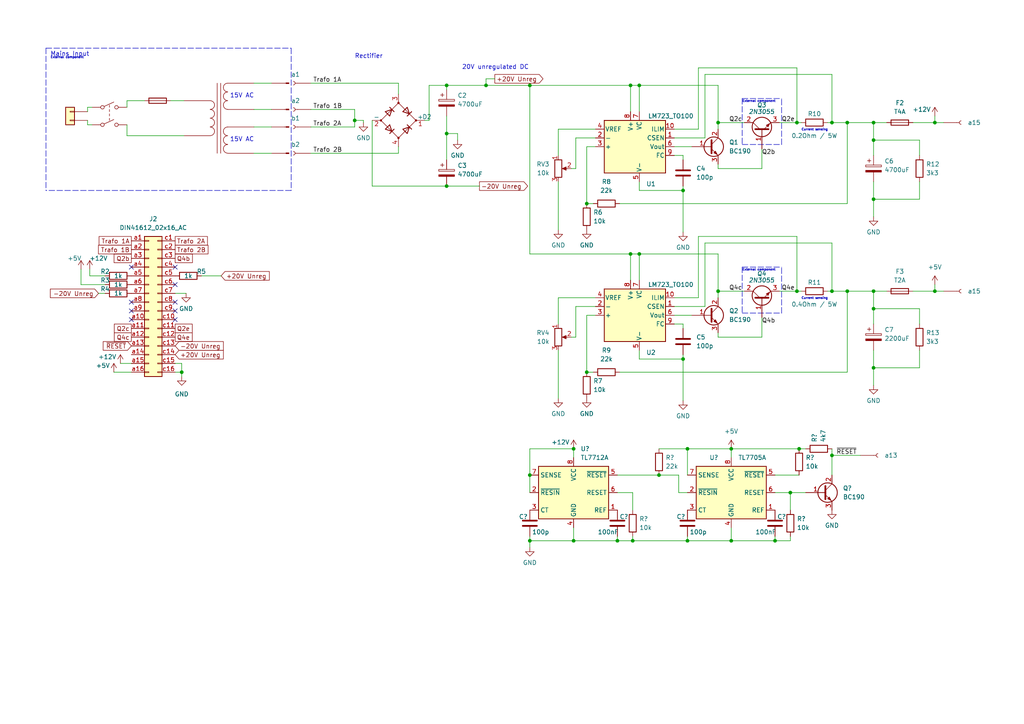
<source format=kicad_sch>
(kicad_sch (version 20211123) (generator eeschema)
  (paper "A4")
  (title_block (title "Z8C Power Supply") (date "2022-10-10") (rev "1") (comment 1 "+5V@1.5A , +12V@3A") (comment 3 "https://github.com/dennis9819/Z8C-Homebrew-Computer"))
  (lib_symbols
    (symbol "Connector:Conn_01x01_Female" (pin_numbers hide) (pin_names (offset 1.016) hide)
      (property "Reference" "J" (at 0 2.54 0))
      (property "Value" "Conn_01x01_Female" (at 0 -2.54 0))
      (symbol "Conn_01x01_Female_1_1"
        (pin passive line (at -5.08 0 0) (length 3.81) (name "Pin_1") (number "1"))
      )
    )
    (symbol "Connector:Conn_01x01_Male" (pin_numbers hide) (pin_names (offset 1.016) hide)
      (property "Reference" "J" (at 0 2.54 0))
      (property "Value" "Conn_01x01_Male" (at 0 -2.54 0))
      (symbol "Conn_01x01_Male_1_1"
        (pin passive line (at 5.08 0 180) (length 3.81) (name "Pin_1") (number "1"))
      )
    )
    (symbol "Connector:DIN41612_02x16_AC" (pin_names (offset 1.016) hide)
      (property "Reference" "J" (at 1.27 20.32 0))
      (property "Value" "DIN41612_02x16_AC" (at 1.27 -22.86 0))
      (symbol "DIN41612_02x16_AC_1_1"
        (pin passive line (at -5.08 17.78 0) (length 3.81) (name "Pin_a1") (number "a1"))
        (pin passive line (at -5.08 -5.08 0) (length 3.81) (name "Pin_a10") (number "a10"))
        (pin passive line (at -5.08 -7.62 0) (length 3.81) (name "Pin_a11") (number "a11"))
        (pin passive line (at -5.08 -10.16 0) (length 3.81) (name "Pin_a12") (number "a12"))
        (pin passive line (at -5.08 -12.7 0) (length 3.81) (name "Pin_a13") (number "a13"))
        (pin passive line (at -5.08 -15.24 0) (length 3.81) (name "Pin_a14") (number "a14"))
        (pin passive line (at -5.08 -17.78 0) (length 3.81) (name "Pin_a15") (number "a15"))
        (pin passive line (at -5.08 -20.32 0) (length 3.81) (name "Pin_a16") (number "a16"))
        (pin passive line (at -5.08 15.24 0) (length 3.81) (name "Pin_a2") (number "a2"))
        (pin passive line (at -5.08 12.7 0) (length 3.81) (name "Pin_a3") (number "a3"))
        (pin passive line (at -5.08 10.16 0) (length 3.81) (name "Pin_a4") (number "a4"))
        (pin passive line (at -5.08 7.62 0) (length 3.81) (name "Pin_a5") (number "a5"))
        (pin passive line (at -5.08 5.08 0) (length 3.81) (name "Pin_a6") (number "a6"))
        (pin passive line (at -5.08 2.54 0) (length 3.81) (name "Pin_a7") (number "a7"))
        (pin passive line (at -5.08 0 0) (length 3.81) (name "Pin_a8") (number "a8"))
        (pin passive line (at -5.08 -2.54 0) (length 3.81) (name "Pin_a9") (number "a9"))
        (pin passive line (at 7.62 17.78 180) (length 3.81) (name "Pin_c1") (number "c1"))
        (pin passive line (at 7.62 -5.08 180) (length 3.81) (name "Pin_c10") (number "c10"))
        (pin passive line (at 7.62 -7.62 180) (length 3.81) (name "Pin_c11") (number "c11"))
        (pin passive line (at 7.62 -10.16 180) (length 3.81) (name "Pin_c12") (number "c12"))
        (pin passive line (at 7.62 -12.7 180) (length 3.81) (name "Pin_c13") (number "c13"))
        (pin passive line (at 7.62 -15.24 180) (length 3.81) (name "Pin_c14") (number "c14"))
        (pin passive line (at 7.62 -17.78 180) (length 3.81) (name "Pin_c15") (number "c15"))
        (pin passive line (at 7.62 -20.32 180) (length 3.81) (name "Pin_c16") (number "c16"))
        (pin passive line (at 7.62 15.24 180) (length 3.81) (name "Pin_c2") (number "c2"))
        (pin passive line (at 7.62 12.7 180) (length 3.81) (name "Pin_c3") (number "c3"))
        (pin passive line (at 7.62 10.16 180) (length 3.81) (name "Pin_c4") (number "c4"))
        (pin passive line (at 7.62 7.62 180) (length 3.81) (name "Pin_c5") (number "c5"))
        (pin passive line (at 7.62 5.08 180) (length 3.81) (name "Pin_c6") (number "c6"))
        (pin passive line (at 7.62 2.54 180) (length 3.81) (name "Pin_c7") (number "c7"))
        (pin passive line (at 7.62 0 180) (length 3.81) (name "Pin_c8") (number "c8"))
        (pin passive line (at 7.62 -2.54 180) (length 3.81) (name "Pin_c9") (number "c9"))
      )
    )
    (symbol "Connector:TestPoint" (pin_numbers hide) (pin_names (offset 0.762) hide)
      (property "Reference" "TP" (at 0 6.858 0))
      (property "Value" "TestPoint" (at 0 5.08 0))
      (symbol "TestPoint_1_1"
        (pin passive line (at 0 0 90) (length 2.54) (name "1") (number "1"))
      )
    )
    (symbol "Connector_Generic:Conn_01x02" (pin_numbers hide) (pin_names (offset 1.016) hide)
      (property "Reference" "J" (at 0 2.54 0))
      (property "Value" "Conn_01x02" (at 0 -5.08 0))
      (symbol "Conn_01x02_1_1"
        (pin passive line (at -5.08 0 0) (length 3.81) (name "Pin_1") (number "1"))
        (pin passive line (at -5.08 -2.54 0) (length 3.81) (name "Pin_2") (number "2"))
      )
    )
    (symbol "Device:C" (pin_numbers hide) (pin_names (offset 0.254))
      (property "Reference" "C" (at 0.635 2.54 0))
      (property "Value" "C" (at 0.635 -2.54 0))
      (symbol "C_1_1"
        (pin passive line (at 0 3.81 270) (length 2.794) (name "~") (number "1"))
        (pin passive line (at 0 -3.81 90) (length 2.794) (name "~") (number "2"))
      )
    )
    (symbol "Device:C_Polarized" (pin_numbers hide) (pin_names (offset 0.254))
      (property "Reference" "C" (at 0.635 2.54 0))
      (property "Value" "C_Polarized" (at 0.635 -2.54 0))
      (symbol "C_Polarized_1_1"
        (pin passive line (at 0 3.81 270) (length 2.794) (name "~") (number "1"))
        (pin passive line (at 0 -3.81 90) (length 2.794) (name "~") (number "2"))
      )
    )
    (symbol "Device:D_Bridge_+-AA" (pin_names (offset 0))
      (property "Reference" "D" (at 2.54 6.985 0))
      (property "Value" "D_Bridge_+-AA" (at 2.54 5.08 0))
      (symbol "D_Bridge_+-AA_1_1"
        (pin passive line (at 7.62 0 180) (length 2.54) (name "+") (number "1"))
        (pin passive line (at -7.62 0 0) (length 2.54) (name "-") (number "2"))
        (pin passive line (at 0 7.62 270) (length 2.54) (name "~") (number "3"))
        (pin passive line (at 0 -7.62 90) (length 2.54) (name "~") (number "4"))
      )
    )
    (symbol "Device:D_Zener" (pin_numbers hide) (pin_names (offset 1.016) hide)
      (property "Reference" "D" (at 0 2.54 0))
      (property "Value" "D_Zener" (at 0 -2.54 0))
      (symbol "D_Zener_1_1"
        (pin passive line (at -3.81 0 0) (length 2.54) (name "K") (number "1"))
        (pin passive line (at 3.81 0 180) (length 2.54) (name "A") (number "2"))
      )
    )
    (symbol "Device:Fuse" (pin_numbers hide) (pin_names (offset 0))
      (property "Reference" "F" (at 2.032 0 90))
      (property "Value" "Fuse" (at -1.905 0 90))
      (symbol "Fuse_1_1"
        (pin passive line (at 0 3.81 270) (length 1.27) (name "~") (number "1"))
        (pin passive line (at 0 -3.81 90) (length 1.27) (name "~") (number "2"))
      )
    )
    (symbol "Device:Q_NPN_BCE" (pin_names (offset 0) hide)
      (property "Reference" "Q" (at 5.08 1.27 0))
      (property "Value" "Q_NPN_BCE" (at 5.08 -1.27 0))
      (symbol "Q_NPN_BCE_1_1"
        (pin input line (at -5.08 0 0) (length 5.715) (name "B") (number "1"))
        (pin passive line (at 2.54 5.08 270) (length 2.54) (name "C") (number "2"))
        (pin passive line (at 2.54 -5.08 90) (length 2.54) (name "E") (number "3"))
      )
    )
    (symbol "Device:R" (pin_numbers hide) (pin_names (offset 0))
      (property "Reference" "R" (at 2.032 0 90))
      (property "Value" "R" (at 0 0 90))
      (symbol "R_1_1"
        (pin passive line (at 0 3.81 270) (length 1.27) (name "~") (number "1"))
        (pin passive line (at 0 -3.81 90) (length 1.27) (name "~") (number "2"))
      )
    )
    (symbol "Device:R_Potentiometer" (pin_names (offset 1.016) hide)
      (property "Reference" "RV" (at -4.445 0 90))
      (property "Value" "R_Potentiometer" (at -2.54 0 90))
      (symbol "R_Potentiometer_1_1"
        (pin passive line (at 0 3.81 270) (length 1.27) (name "1") (number "1"))
        (pin passive line (at 3.81 0 180) (length 1.27) (name "2") (number "2"))
        (pin passive line (at 0 -3.81 90) (length 1.27) (name "3") (number "3"))
      )
    )
    (symbol "Device:Transformer_1P_2S" (pin_numbers hide) (pin_names (offset 1.016) hide)
      (property "Reference" "T" (at 0 12.7 0))
      (property "Value" "Transformer_1P_2S" (at 0 -12.7 0))
      (symbol "Transformer_1P_2S_1_1"
        (pin passive line (at -10.16 5.08 0) (length 7.62) (name "AA") (number "1"))
        (pin passive line (at -10.16 -5.08 0) (length 7.62) (name "AB") (number "2"))
        (pin passive line (at 10.16 10.16 180) (length 7.62) (name "SA") (number "3"))
        (pin passive line (at 10.16 2.54 180) (length 7.62) (name "SB") (number "4"))
        (pin passive line (at 10.16 -2.54 180) (length 7.62) (name "SC") (number "5"))
        (pin passive line (at 10.16 -10.16 180) (length 7.62) (name "SD") (number "6"))
      )
    )
    (symbol "Fuse_1" (pin_numbers hide) (pin_names (offset 0) hide)
      (property "Reference" "F" (at 2.032 0 90))
      (property "Value" "Fuse_1" (at -1.905 0 90))
      (symbol "Fuse_1_1_1"
        (pin passive line (at 0 3.81 270) (length 1.27) (name "~") (number "1"))
        (pin passive line (at 0 -3.81 90) (length 1.27) (name "~") (number "2"))
      )
    )
    (symbol "Power_Supervisor:TL7705A"
      (property "Reference" "U" (at -8.89 8.89 0))
      (property "Value" "TL7705A" (at 10.16 8.89 0))
      (symbol "TL7705A_1_1"
        (pin output line (at 12.7 -5.08 180) (length 2.54) (name "REF") (number "1"))
        (pin input line (at -12.7 0 0) (length 2.54) (name "~{RESIN}") (number "2"))
        (pin passive line (at -12.7 -5.08 0) (length 2.54) (name "CT") (number "3"))
        (pin power_in line (at 0 -10.16 90) (length 2.54) (name "GND") (number "4"))
        (pin open_collector line (at 12.7 5.08 180) (length 2.54) (name "~{RESET}") (number "5"))
        (pin open_collector line (at 12.7 0 180) (length 2.54) (name "RESET") (number "6"))
        (pin input line (at -12.7 5.08 0) (length 2.54) (name "SENSE") (number "7"))
        (pin power_in line (at 0 10.16 270) (length 2.54) (name "VCC") (number "8"))
      )
    )
    (symbol "Power_Supervisor:TL7712A"
      (property "Reference" "U" (at -8.89 8.89 0))
      (property "Value" "TL7712A" (at 10.16 8.89 0))
      (symbol "TL7712A_1_1"
        (pin output line (at 12.7 -5.08 180) (length 2.54) (name "REF") (number "1"))
        (pin input line (at -12.7 0 0) (length 2.54) (name "~{RESIN}") (number "2"))
        (pin passive line (at -12.7 -5.08 0) (length 2.54) (name "CT") (number "3"))
        (pin power_in line (at 0 -10.16 90) (length 2.54) (name "GND") (number "4"))
        (pin open_collector line (at 12.7 5.08 180) (length 2.54) (name "~{RESET}") (number "5"))
        (pin open_collector line (at 12.7 0 180) (length 2.54) (name "RESET") (number "6"))
        (pin input line (at -12.7 5.08 0) (length 2.54) (name "SENSE") (number "7"))
        (pin power_in line (at 0 10.16 270) (length 2.54) (name "VCC") (number "8"))
      )
    )
    (symbol "Regulator_Linear:LM723_TO100" (pin_names (offset 0.254))
      (property "Reference" "U" (at 0.635 10.795 0))
      (property "Value" "LM723_TO100" (at 0.635 8.89 0))
      (symbol "LM723_TO100_1_1"
        (pin input line (at 10.16 2.54 180) (length 2.54) (name "CSEN") (number "1"))
        (pin input line (at 10.16 5.08 180) (length 2.54) (name "ILIM") (number "10"))
        (pin input line (at -12.7 2.54 0) (length 2.54) (name "-") (number "2"))
        (pin input line (at -12.7 0 0) (length 2.54) (name "+") (number "3"))
        (pin power_out line (at -12.7 5.08 0) (length 2.54) (name "VREF") (number "4"))
        (pin power_in line (at 0 -10.16 90) (length 2.54) (name "V-") (number "5"))
        (pin power_out line (at 10.16 0 180) (length 2.54) (name "Vout") (number "6"))
        (pin power_in line (at 0 10.16 270) (length 2.54) (name "VC") (number "7"))
        (pin power_in line (at -2.54 10.16 270) (length 2.54) (name "V+") (number "8"))
        (pin input line (at 10.16 -2.54 180) (length 2.54) (name "FC") (number "9"))
      )
    )
    (symbol "Switch:SW_DPST" (pin_numbers hide) (pin_names (offset 0) hide)
      (property "Reference" "SW" (at 0 5.08 0))
      (property "Value" "SW_DPST" (at 0 -5.08 0))
      (symbol "SW_DPST_1_1"
        (pin passive line (at -5.08 -2.54 0) (length 2.54) (name "1") (number "1"))
        (pin passive line (at 5.08 -2.54 180) (length 2.54) (name "2") (number "2"))
        (pin passive line (at -5.08 2.54 0) (length 2.54) (name "3") (number "3"))
        (pin passive line (at 5.08 2.54 180) (length 2.54) (name "4") (number "4"))
      )
    )
    (symbol "power:+12V" (power) (pin_names (offset 0))
      (property "Value" "+12V" (at 0 3.556 0))
      (symbol "+12V_1_1"
        (pin power_in line (at 0 0 90) (length 0) hide (name "+12V") (number "1"))
      )
    )
    (symbol "power:+15V" (power) (pin_names (offset 0))
      (property "Value" "+15V" (at 0 3.556 0))
      (symbol "+15V_1_1"
        (pin power_in line (at 0 0 90) (length 0) hide (name "+15V") (number "1"))
      )
    )
    (symbol "power:+5V" (power) (pin_names (offset 0))
      (property "Value" "+5V" (at 0 3.556 0))
      (symbol "+5V_1_1"
        (pin power_in line (at 0 0 90) (length 0) hide (name "+5V") (number "1"))
      )
    )
    (symbol "power:GND" (power) (pin_names (offset 0))
      (property "Value" "GND" (at 0 -3.81 0))
      (symbol "GND_1_1"
        (pin power_in line (at 0 0 270) (length 0) hide (name "GND") (number "1"))
      )
    )
  )
  (junction (at 129.54 24.765))
  (junction (at 208.28 84.455))
  (junction (at -55.245 65.405))
  (junction (at 245.745 35.56))
  (junction (at 153.67 24.765))
  (junction (at 241.3 35.56))
  (junction (at 170.18 59.055))
  (junction (at 231.14 35.56))
  (junction (at 199.39 156.845))
  (junction (at 241.3 84.455))
  (junction (at 166.37 130.175))
  (junction (at 208.28 35.56))
  (junction (at 224.79 156.845))
  (junction (at 253.365 106.68))
  (junction (at 129.54 38.735))
  (junction (at 185.42 24.765))
  (junction (at 185.42 73.66))
  (junction (at 253.365 35.56))
  (junction (at 198.12 104.14))
  (junction (at 198.12 55.245))
  (junction (at -99.695 65.405))
  (junction (at 212.09 130.175))
  (junction (at 182.88 24.765))
  (junction (at 129.54 53.975))
  (junction (at 231.14 84.455))
  (junction (at 199.39 130.175))
  (junction (at 253.365 89.535))
  (junction (at 179.07 156.845))
  (junction (at 229.235 142.875))
  (junction (at 245.745 84.455))
  (junction (at 102.87 34.925))
  (junction (at 183.515 156.845))
  (junction (at 241.3 132.08))
  (junction (at 170.18 107.95))
  (junction (at 166.37 156.845))
  (junction (at -87.63 76.835))
  (junction (at 231.775 130.175))
  (junction (at -87.63 65.405))
  (junction (at 271.145 35.56))
  (junction (at 182.88 73.66))
  (junction (at 253.365 84.455))
  (junction (at 191.135 137.795))
  (junction (at 212.09 156.845))
  (junction (at 271.145 84.455))
  (junction (at 153.67 156.845))
  (junction (at -83.82 65.405))
  (junction (at 140.97 24.765))
  (junction (at 253.365 40.64))
  (junction (at 52.705 107.95))
  (junction (at 253.365 57.785))
  (junction (at 153.67 137.795))
  (no_connect (at 50.8 92.71))
  (no_connect (at 38.1 92.71))
  (no_connect (at 38.1 90.17))
  (no_connect (at 38.1 87.63))
  (no_connect (at 50.8 90.17))
  (no_connect (at 50.8 87.63))
  (no_connect (at 38.1 77.47))
  (no_connect (at 50.8 82.55))
  (no_connect (at 50.8 77.47))
  (wire (pts (xy 224.79 142.875) (xy 229.235 142.875)))
  (wire (pts (xy 241.3 21.59) (xy 241.3 35.56)))
  (wire (pts (xy 167.005 97.79) (xy 167.005 88.9)))
  (wire (pts (xy 153.67 137.795) (xy 153.67 142.875)))
  (wire (pts (xy 167.005 88.9) (xy 172.72 88.9)))
  (wire (pts (xy 52.705 107.95) (xy 52.705 109.22)))
  (wire (pts (xy -87.63 76.835) (xy -87.63 78.105)))
  (wire (pts (xy 182.88 73.66) (xy 185.42 73.66)))
  (wire (pts (xy 49.53 29.21) (xy 53.34 29.21)))
  (wire (pts (xy 253.365 35.56) (xy 257.175 35.56)))
  (wire (pts (xy 198.12 45.085) (xy 198.12 46.355)))
  (polyline (pts (xy 215.265 41.91) (xy 226.695 41.91)))
  (wire (pts (xy 191.135 137.795) (xy 196.85 137.795)))
  (polyline (pts (xy 226.695 90.805) (xy 226.695 77.47)))
  (wire (pts (xy 204.47 88.9) (xy 204.47 70.485)))
  (wire (pts (xy 165.735 48.895) (xy 167.005 48.895)))
  (wire (pts (xy 231.14 35.56) (xy 232.41 35.56)))
  (wire (pts (xy 204.47 40.005) (xy 204.47 21.59)))
  (polyline (pts (xy -125.095 55.88) (xy -64.77 55.88)))
  (wire (pts (xy 183.515 142.875) (xy 183.515 147.955)))
  (wire (pts (xy 73.66 31.75) (xy 78.74 31.75)))
  (wire (pts (xy 50.8 105.41) (xy 52.705 105.41)))
  (wire (pts (xy 179.705 59.055) (xy 245.745 59.055)))
  (wire (pts (xy 231.14 68.58) (xy 231.14 84.455)))
  (wire (pts (xy 153.67 156.845) (xy 166.37 156.845)))
  (wire (pts (xy 179.07 142.875) (xy 183.515 142.875)))
  (wire (pts (xy 185.42 101.6) (xy 185.42 104.14)))
  (wire (pts (xy 185.42 55.245) (xy 198.12 55.245)))
  (wire (pts (xy 172.72 86.36) (xy 161.925 86.36)))
  (wire (pts (xy 153.67 130.175) (xy 166.37 130.175)))
  (polyline (pts (xy 215.265 77.47) (xy 226.695 77.47)))
  (polyline (pts (xy 215.265 77.47) (xy 215.265 90.805)))
  (wire (pts (xy 208.28 47.625) (xy 208.28 48.895)))
  (wire (pts (xy 90.17 44.45) (xy 115.57 44.45)))
  (wire (pts (xy 90.17 36.83) (xy 102.87 36.83)))
  (wire (pts (xy 170.18 107.95) (xy 170.18 91.44)))
  (wire (pts (xy 36.83 39.37) (xy 36.83 36.195)))
  (wire (pts (xy 195.58 88.9) (xy 204.47 88.9)))
  (wire (pts (xy 50.8 85.09) (xy 53.975 85.09)))
  (wire (pts (xy -31.75 79.375) (xy -31.75 83.185)))
  (wire (pts (xy 264.795 35.56) (xy 271.145 35.56)))
  (wire (pts (xy 195.58 42.545) (xy 200.66 42.545)))
  (wire (pts (xy 73.66 24.13) (xy 78.74 24.13)))
  (polyline (pts (xy -62.865 57.785) (xy -62.865 89.535)))
  (wire (pts (xy 102.87 34.925) (xy 105.41 34.925)))
  (wire (pts (xy 140.97 24.765) (xy 153.67 24.765)))
  (wire (pts (xy 253.365 89.535) (xy 266.7 89.535)))
  (polyline (pts (xy 13.335 13.97) (xy 13.335 55.245)))
  (polyline (pts (xy -18.415 89.535) (xy -18.415 55.88)))
  (wire (pts (xy 231.775 130.175) (xy 233.68 130.175)))
  (wire (pts (xy 241.3 132.08) (xy 249.555 132.08)))
  (wire (pts (xy 198.12 93.98) (xy 198.12 95.25)))
  (wire (pts (xy 170.18 42.545) (xy 172.72 42.545)))
  (wire (pts (xy 226.06 84.455) (xy 231.14 84.455)))
  (wire (pts (xy 264.795 84.455) (xy 271.145 84.455)))
  (wire (pts (xy 167.005 48.895) (xy 167.005 40.005)))
  (wire (pts (xy -83.82 65.405) (xy -55.245 65.405)))
  (wire (pts (xy 182.88 24.765) (xy 185.42 24.765)))
  (wire (pts (xy -51.435 75.565) (xy -39.37 75.565)))
  (wire (pts (xy 115.57 44.45) (xy 115.57 42.545)))
  (wire (pts (xy 195.58 93.98) (xy 198.12 93.98)))
  (wire (pts (xy 23.495 82.55) (xy 30.48 82.55)))
  (wire (pts (xy 140.97 22.86) (xy 140.97 24.765)))
  (wire (pts (xy 198.12 53.975) (xy 198.12 55.245)))
  (wire (pts (xy 195.58 37.465) (xy 202.565 37.465)))
  (wire (pts (xy 90.17 24.13) (xy 115.57 24.13)))
  (wire (pts (xy -55.245 79.375) (xy -55.245 83.185)))
  (wire (pts (xy 73.66 44.45) (xy 78.74 44.45)))
  (wire (pts (xy 185.42 73.66) (xy 208.28 73.66)))
  (wire (pts (xy 64.135 80.01) (xy 58.42 80.01)))
  (wire (pts (xy 25.4 36.195) (xy 25.4 34.925)))
  (wire (pts (xy 253.365 62.865) (xy 253.365 57.785)))
  (wire (pts (xy 41.91 29.21) (xy 36.83 29.21)))
  (wire (pts (xy 245.745 59.055) (xy 245.745 35.56)))
  (wire (pts (xy 212.09 156.845) (xy 224.79 156.845)))
  (wire (pts (xy -39.37 75.565) (xy -39.37 59.69)))
  (wire (pts (xy 212.09 130.175) (xy 231.775 130.175)))
  (wire (pts (xy 266.7 40.64) (xy 266.7 45.085)))
  (wire (pts (xy 185.42 24.765) (xy 208.28 24.765)))
  (wire (pts (xy 166.37 130.175) (xy 166.37 132.715)))
  (wire (pts (xy 23.495 78.105) (xy 23.495 82.55)))
  (wire (pts (xy 198.12 102.87) (xy 198.12 104.14)))
  (wire (pts (xy 129.54 38.735) (xy 132.715 38.735)))
  (wire (pts (xy -87.63 76.835) (xy -87.63 74.93)))
  (wire (pts (xy -55.245 65.405) (xy -55.245 71.755)))
  (wire (pts (xy -99.695 76.835) (xy -87.63 76.835)))
  (wire (pts (xy 202.565 86.36) (xy 202.565 68.58)))
  (wire (pts (xy 153.67 158.75) (xy 153.67 156.845)))
  (wire (pts (xy 245.745 35.56) (xy 253.365 35.56)))
  (wire (pts (xy 215.9 84.455) (xy 208.28 84.455)))
  (wire (pts (xy 241.3 70.485) (xy 241.3 84.455)))
  (wire (pts (xy 182.88 73.66) (xy 182.88 81.28)))
  (wire (pts (xy 153.67 137.795) (xy 153.67 130.175)))
  (wire (pts (xy 208.28 48.895) (xy 220.98 48.895)))
  (wire (pts (xy -99.695 65.405) (xy -87.63 65.405)))
  (wire (pts (xy -100.965 65.405) (xy -99.695 65.405)))
  (wire (pts (xy 183.515 156.845) (xy 199.39 156.845)))
  (polyline (pts (xy 215.265 28.575) (xy 226.695 28.575)))
  (wire (pts (xy 253.365 106.68) (xy 253.365 101.6)))
  (wire (pts (xy 224.79 156.845) (xy 229.235 156.845)))
  (polyline (pts (xy 226.695 41.91) (xy 226.695 28.575)))
  (wire (pts (xy 185.42 104.14) (xy 198.12 104.14)))
  (wire (pts (xy 253.365 35.56) (xy 253.365 40.64)))
  (wire (pts (xy 224.79 156.845) (xy 224.79 155.575)))
  (wire (pts (xy 266.7 101.6) (xy 266.7 106.68)))
  (wire (pts (xy 271.145 84.455) (xy 273.685 84.455)))
  (wire (pts (xy 166.37 156.845) (xy 179.07 156.845)))
  (wire (pts (xy 253.365 40.64) (xy 266.7 40.64)))
  (wire (pts (xy 167.005 40.005) (xy 172.72 40.005)))
  (polyline (pts (xy -62.865 55.88) (xy -62.865 57.785)))
  (wire (pts (xy 245.745 84.455) (xy 253.365 84.455)))
  (wire (pts (xy 172.72 37.465) (xy 161.925 37.465)))
  (wire (pts (xy 208.28 73.66) (xy 208.28 84.455)))
  (wire (pts (xy 241.3 84.455) (xy 245.745 84.455)))
  (wire (pts (xy -87.63 65.405) (xy -87.63 67.31)))
  (wire (pts (xy 153.67 73.66) (xy 153.67 24.765)))
  (wire (pts (xy 196.85 137.795) (xy 196.85 142.875)))
  (wire (pts (xy 90.17 31.75) (xy 102.87 31.75)))
  (wire (pts (xy 204.47 21.59) (xy 241.3 21.59)))
  (wire (pts (xy 26.035 80.01) (xy 30.48 80.01)))
  (wire (pts (xy 132.715 38.735) (xy 132.715 40.64)))
  (wire (pts (xy 229.235 156.845) (xy 229.235 155.575)))
  (wire (pts (xy 124.46 34.925) (xy 124.46 24.765)))
  (wire (pts (xy 129.54 24.765) (xy 129.54 26.035)))
  (wire (pts (xy 33.02 107.95) (xy 38.1 107.95)))
  (wire (pts (xy 245.745 107.95) (xy 245.745 84.455)))
  (wire (pts (xy 34.925 105.41) (xy 38.1 105.41)))
  (wire (pts (xy 153.67 156.845) (xy 153.67 155.575)))
  (polyline (pts (xy 13.335 13.97) (xy 84.455 13.97)))
  (wire (pts (xy 195.58 86.36) (xy 202.565 86.36)))
  (wire (pts (xy 73.66 36.83) (xy 78.74 36.83)))
  (wire (pts (xy 226.06 35.56) (xy 231.14 35.56)))
  (wire (pts (xy 191.135 130.175) (xy 199.39 130.175)))
  (polyline (pts (xy 84.455 13.97) (xy 84.455 55.245)))
  (polyline (pts (xy -18.415 55.88) (xy -62.865 55.88)))
  (wire (pts (xy 25.4 31.115) (xy 25.4 32.385)))
  (wire (pts (xy 220.98 48.895) (xy 220.98 43.18)))
  (wire (pts (xy 253.365 57.785) (xy 253.365 52.705)))
  (wire (pts (xy 50.8 107.95) (xy 52.705 107.95)))
  (wire (pts (xy 195.58 40.005) (xy 204.47 40.005)))
  (wire (pts (xy 185.42 73.66) (xy 185.42 81.28)))
  (wire (pts (xy 129.54 33.655) (xy 129.54 38.735)))
  (wire (pts (xy 266.7 57.785) (xy 253.365 57.785)))
  (wire (pts (xy 208.28 96.52) (xy 208.28 97.79)))
  (wire (pts (xy 224.79 137.795) (xy 231.775 137.795)))
  (wire (pts (xy 36.83 29.21) (xy 36.83 31.115)))
  (wire (pts (xy 195.58 45.085) (xy 198.12 45.085)))
  (wire (pts (xy 185.42 52.705) (xy 185.42 55.245)))
  (wire (pts (xy 202.565 68.58) (xy 231.14 68.58)))
  (wire (pts (xy 179.705 107.95) (xy 245.745 107.95)))
  (wire (pts (xy 266.7 89.535) (xy 266.7 93.98)))
  (wire (pts (xy 253.365 84.455) (xy 253.365 89.535)))
  (polyline (pts (xy -62.865 89.535) (xy -18.415 89.535)))
  (wire (pts (xy 208.28 24.765) (xy 208.28 35.56)))
  (wire (pts (xy 185.42 24.765) (xy 185.42 32.385)))
  (wire (pts (xy 115.57 24.13) (xy 115.57 27.305)))
  (wire (pts (xy 199.39 137.795) (xy 199.39 130.175)))
  (wire (pts (xy 212.09 156.845) (xy 212.09 153.035)))
  (wire (pts (xy 266.7 52.705) (xy 266.7 57.785)))
  (wire (pts (xy 196.85 142.875) (xy 199.39 142.875)))
  (wire (pts (xy 179.07 137.795) (xy 191.135 137.795)))
  (wire (pts (xy 26.67 31.115) (xy 25.4 31.115)))
  (wire (pts (xy 143.51 22.86) (xy 140.97 22.86)))
  (wire (pts (xy 52.705 105.41) (xy 52.705 107.95)))
  (wire (pts (xy -83.82 65.405) (xy -87.63 65.405)))
  (wire (pts (xy 129.54 38.735) (xy 129.54 46.355)))
  (wire (pts (xy 204.47 70.485) (xy 241.3 70.485)))
  (polyline (pts (xy -64.77 55.88) (xy -64.77 84.455)))
  (wire (pts (xy 229.235 142.875) (xy 233.68 142.875)))
  (wire (pts (xy 153.67 24.765) (xy 182.88 24.765)))
  (wire (pts (xy 241.3 137.795) (xy 241.3 132.08)))
  (wire (pts (xy 240.03 35.56) (xy 241.3 35.56)))
  (wire (pts (xy 198.12 104.14) (xy 198.12 116.205)))
  (wire (pts (xy 202.565 37.465) (xy 202.565 19.685)))
  (wire (pts (xy 165.735 97.79) (xy 167.005 97.79)))
  (polyline (pts (xy -125.095 55.88) (xy -125.095 84.455)))
  (wire (pts (xy 53.34 39.37) (xy 36.83 39.37)))
  (wire (pts (xy 182.88 24.765) (xy 182.88 32.385)))
  (wire (pts (xy 199.39 156.845) (xy 212.09 156.845)))
  (wire (pts (xy 161.925 101.6) (xy 161.925 115.57)))
  (wire (pts (xy 215.9 35.56) (xy 208.28 35.56)))
  (wire (pts (xy -55.245 62.865) (xy -55.245 65.405)))
  (wire (pts (xy 241.3 35.56) (xy 245.745 35.56)))
  (wire (pts (xy 170.18 107.95) (xy 172.085 107.95)))
  (wire (pts (xy 212.09 130.175) (xy 212.09 132.715)))
  (wire (pts (xy 231.14 19.685) (xy 231.14 35.56)))
  (wire (pts (xy 183.515 156.845) (xy 183.515 155.575)))
  (wire (pts (xy 179.07 156.845) (xy 183.515 156.845)))
  (wire (pts (xy 170.18 91.44) (xy 172.72 91.44)))
  (wire (pts (xy 161.925 52.705) (xy 161.925 66.675)))
  (wire (pts (xy -55.245 62.865) (xy -31.75 62.865)))
  (wire (pts (xy 240.03 84.455) (xy 241.3 84.455)))
  (wire (pts (xy 107.95 34.925) (xy 107.95 53.975)))
  (wire (pts (xy 123.19 34.925) (xy 124.46 34.925)))
  (wire (pts (xy 26.67 36.195) (xy 25.4 36.195)))
  (wire (pts (xy 124.46 24.765) (xy 129.54 24.765)))
  (wire (pts (xy 271.145 35.56) (xy 273.685 35.56)))
  (wire (pts (xy 102.87 31.75) (xy 102.87 34.925)))
  (polyline (pts (xy -64.77 84.455) (xy -125.095 84.455)))
  (wire (pts (xy 253.365 111.76) (xy 253.365 106.68)))
  (wire (pts (xy 253.365 84.455) (xy 257.175 84.455)))
  (wire (pts (xy 253.365 89.535) (xy 253.365 93.98)))
  (wire (pts (xy 208.28 97.79) (xy 220.98 97.79)))
  (wire (pts (xy 179.07 156.845) (xy 179.07 155.575)))
  (wire (pts (xy 231.14 84.455) (xy 232.41 84.455)))
  (wire (pts (xy 229.235 142.875) (xy 229.235 147.955)))
  (wire (pts (xy 170.18 59.055) (xy 172.085 59.055)))
  (polyline (pts (xy 215.265 90.805) (xy 226.695 90.805)))
  (wire (pts (xy 129.54 53.975) (xy 139.065 53.975)))
  (wire (pts (xy 208.28 35.56) (xy 208.28 37.465)))
  (polyline (pts (xy 84.455 55.245) (xy 13.335 55.245)))
  (wire (pts (xy 195.58 91.44) (xy 200.66 91.44)))
  (wire (pts (xy 170.18 59.055) (xy 170.18 42.545)))
  (wire (pts (xy 241.3 130.175) (xy 241.3 132.08)))
  (wire (pts (xy 129.54 24.765) (xy 140.97 24.765)))
  (wire (pts (xy 253.365 40.64) (xy 253.365 45.085)))
  (wire (pts (xy 161.925 37.465) (xy 161.925 45.085)))
  (wire (pts (xy 199.39 130.175) (xy 212.09 130.175)))
  (wire (pts (xy 208.28 84.455) (xy 208.28 86.36)))
  (wire (pts (xy 266.7 106.68) (xy 253.365 106.68)))
  (wire (pts (xy 198.12 55.245) (xy 198.12 67.31)))
  (wire (pts (xy 182.88 73.66) (xy 153.67 73.66)))
  (wire (pts (xy 26.035 78.105) (xy 26.035 80.01)))
  (wire (pts (xy 220.98 97.79) (xy 220.98 92.075)))
  (wire (pts (xy 199.39 156.845) (xy 199.39 155.575)))
  (wire (pts (xy -99.695 74.93) (xy -99.695 76.835)))
  (wire (pts (xy 102.87 36.83) (xy 102.87 34.925)))
  (wire (pts (xy 271.145 84.455) (xy 271.145 82.55)))
  (wire (pts (xy 107.95 53.975) (xy 129.54 53.975)))
  (wire (pts (xy 166.37 156.845) (xy 166.37 153.035)))
  (wire (pts (xy 271.145 35.56) (xy 271.145 33.655)))
  (wire (pts (xy 28.575 85.09) (xy 30.48 85.09)))
  (polyline (pts (xy 215.265 28.575) (xy 215.265 41.91)))
  (wire (pts (xy 161.925 86.36) (xy 161.925 93.98)))
  (wire (pts (xy 202.565 19.685) (xy 231.14 19.685)))
  (wire (pts (xy 105.41 34.925) (xy 105.41 35.56)))
  (wire (pts (xy -99.695 65.405) (xy -99.695 67.31)))
  (wire (pts (xy -31.75 62.865) (xy -31.75 71.755)))
  (text "External component" (at 14.605 17.145 0) (effects (font (size 0.635 0.635)) (justify left bottom)))
  (text "Mains Input" (at 14.605 16.51 0) (effects (font (size 1.27 1.27)) (justify left bottom)))
  (text "20V unregulated DC" (at 133.985 20.32 0) (effects (font (size 1.27 1.27)) (justify left bottom)))
  (text "External component" (at 215.265 78.74 0) (effects (font (size 0.635 0.635)) (justify left bottom)))
  (text "Voltage Adjustment (5V, 12V)" (at -60.325 58.42 0) (effects (font (size 1.27 1.27)) (justify left bottom)))
  (text "15V AC\n" (at 66.675 28.575 0) (effects (font (size 1.27 1.27)) (justify left bottom)))
  (text "15V AC\n" (at 66.675 41.275 0) (effects (font (size 1.27 1.27)) (justify left bottom)))
  (text "Current sensing" (at 232.41 38.1 0) (effects (font (size 0.635 0.635)) (justify left bottom)))
  (text "External component" (at 215.265 29.845 0) (effects (font (size 0.635 0.635)) (justify left bottom)))
  (text "Rectifier" (at 102.87 17.145 0) (effects (font (size 1.27 1.27)) (justify left bottom)))
  (text "15V reference Voltage\n" (at -92.71 58.42 0) (effects (font (size 1.27 1.27)) (justify left bottom)))
  (text "Current sensing" (at 232.41 86.995 0) (effects (font (size 0.635 0.635)) (justify left bottom)))
  (label "Q2c" (at 211.455 35.56 0))
  (label "Q2b" (at 220.98 45.085 0))
  (label "Vadj_12V" (at -50.165 75.565 0))
  (label "Trafo 2B" (at 90.805 44.45 0))
  (label "Q2e" (at 226.695 35.56 0))
  (label "Trafo 2A" (at 90.805 36.83 0))
  (label "Q4c" (at 211.455 84.455 0))
  (label "Q4e" (at 226.695 84.455 0))
  (label "Trafo 1A" (at 90.805 24.13 0))
  (label "Vadj_5V" (at -27.305 75.565 0))
  (label "Q4b" (at 220.98 93.98 0))
  (label "Trafo 1B" (at 90.805 31.75 0))
  (label "~{RESET}" (at 242.57 132.08 0))
  (global_label "Q2b" (shape passive) (at 38.1 74.93 180) (property "Intersheet References" "${INTERSHEET_REFS}" (effects hide)))
  (global_label "-20V Unreg" (shape output) (at 139.065 53.975 0) (property "Intersheet References" "${INTERSHEET_REFS}" (effects hide)))
  (global_label "~{RESET}" (shape input) (at 38.1 100.33 180) (property "Intersheet References" "${INTERSHEET_REFS}" (effects hide)))
  (global_label "+20V Unreg" (shape output) (at 143.51 22.86 0) (property "Intersheet References" "${INTERSHEET_REFS}" (effects hide)))
  (global_label "Trafo 2B" (shape passive) (at 50.8 72.39 0) (property "Intersheet References" "${INTERSHEET_REFS}" (effects hide)))
  (global_label "Q4b" (shape passive) (at 50.8 74.93 0) (property "Intersheet References" "${INTERSHEET_REFS}" (effects hide)))
  (global_label "-20V Unreg" (shape input) (at 50.8 100.33 0) (property "Intersheet References" "${INTERSHEET_REFS}" (effects hide)))
  (global_label "Trafo 2A" (shape passive) (at 50.8 69.85 0) (property "Intersheet References" "${INTERSHEET_REFS}" (effects hide)))
  (global_label "-20V Unreg" (shape input) (at 28.575 85.09 180) (property "Intersheet References" "${INTERSHEET_REFS}" (effects hide)))
  (global_label "+20V Unreg" (shape input) (at 50.8 102.87 0) (property "Intersheet References" "${INTERSHEET_REFS}" (effects hide)))
  (global_label "+20V Unreg" (shape input) (at 64.135 80.01 0) (property "Intersheet References" "${INTERSHEET_REFS}" (effects hide)))
  (global_label "+20V Unreg" (shape input) (at -108.585 65.405 180) (property "Intersheet References" "${INTERSHEET_REFS}" (effects hide)))
  (global_label "Trafo 1A" (shape passive) (at 38.1 69.85 180) (property "Intersheet References" "${INTERSHEET_REFS}" (effects hide)))
  (global_label "Q2c" (shape passive) (at 38.1 95.25 180) (property "Intersheet References" "${INTERSHEET_REFS}" (effects hide)))
  (global_label "Q2e" (shape passive) (at 50.8 95.25 0) (property "Intersheet References" "${INTERSHEET_REFS}" (effects hide)))
  (global_label "Q4c" (shape passive) (at 38.1 97.79 180) (property "Intersheet References" "${INTERSHEET_REFS}" (effects hide)))
  (global_label "Trafo 1B" (shape passive) (at 38.1 72.39 180) (property "Intersheet References" "${INTERSHEET_REFS}" (effects hide)))
  (global_label "Q4e" (shape passive) (at 50.8 97.79 0) (property "Intersheet References" "${INTERSHEET_REFS}" (effects hide)))
  (symbol (lib_id "Device:R") (at 34.29 80.01 90) (unit 1)
    (property "Reference" "R2" (at 30.48 78.74 90))
    (property "Value" "1k" (at 34.29 80.01 90))
  )
  (symbol (lib_id "power:GND") (at 105.41 35.56 0) (unit 1)
    (property "Reference" "#PWR011" (effects hide))
    (property "Value" "GND" (at 105.41 40.005 0))
  )
  (symbol (lib_id "power:+15V") (at -87.63 65.405 0) (unit 1)
    (property "Reference" "#PWR01" (effects hide))
    (property "Value" "+15V" (at -87.63 60.325 0))
  )
  (symbol (lib_id "Regulator_Linear:LM723_TO100") (at 185.42 91.44 0) (unit 1)
    (property "Reference" "U2" (at 187.4394 102.235 0) (effects (justify left)))
    (property "Value" "LM723_TO100" (at 187.96 82.55 0) (effects (justify left)))
    (property "Footprint" "Package_TO_SOT_THT:TO-100-10" (effects hide))
    (property "Datasheet" "http://www.ti.com/lit/ds/symlink/lm723.pdf" (effects hide))
  )
  (symbol (lib_id "Device:C_Polarized") (at 129.54 50.165 0) (unit 1)
    (property "Reference" "C3" (at 132.715 48.0059 0) (effects (justify left)))
    (property "Value" "4700uF" (at 132.715 50.5459 0) (effects (justify left)))
  )
  (symbol (lib_id "power:GND") (at 52.705 109.22 0) (unit 1)
    (property "Reference" "#PWR09" (effects hide))
    (property "Value" "GND" (at 52.705 114.3 0))
  )
  (symbol (lib_id "power:+12V") (at 271.145 33.655 0) (unit 1)
    (property "Reference" "#PWR021" (effects hide))
    (property "Value" "+12V" (at 267.335 31.75 0))
  )
  (symbol (lib_id "Connector:Conn_01x01_Female") (at 278.765 35.56 0) (unit 1) (in_bom no) (on_board no)
    (property "Reference" "J?" (effects hide))
    (property "Value" "a15" (at 280.67 35.5599 0) (effects (justify left)))
  )
  (symbol (lib_id "Connector_Generic:Conn_01x02") (at 20.32 34.925 180) (unit 1) (in_bom no) (on_board no)
    (property "Reference" "J1" (effects hide))
    (property "Value" "Conn_01x02" (effects hide))
  )
  (symbol (lib_id "Device:R") (at 175.895 59.055 90) (unit 1)
    (property "Reference" "R8" (at 175.895 52.705 90))
    (property "Value" "22k" (at 175.895 55.245 90))
  )
  (symbol (lib_id "Device:R_Potentiometer") (at 161.925 97.79 0) (unit 1)
    (property "Reference" "RV4" (at 159.385 96.5199 0) (effects (justify right)))
    (property "Value" "10k" (at 159.385 99.0599 0) (effects (justify right)))
  )
  (symbol (lib_id "power:+12V") (at 166.37 130.175 0) (unit 1)
    (property "Reference" "#PWR?" (effects hide))
    (property "Value" "+12V" (at 162.56 128.27 0))
  )
  (symbol (lib_id "Power_Supervisor:TL7705A") (at 212.09 142.875 0) (unit 1)
    (property "Reference" "U?" (at 205.74 132.715 0) (effects (justify left)))
    (property "Value" "TL7705A" (at 214.1094 132.715 0) (effects (justify left)))
    (property "Datasheet" "http://www.ti.com.cn/cn/lit/ds/symlink/tl7705a.pdf" (effects hide))
  )
  (symbol (lib_id "Device:C_Polarized") (at -87.63 71.12 0) (unit 1)
    (property "Reference" "C1" (at -83.82 68.9609 0) (effects (justify left)))
    (property "Value" "220uF" (at -83.82 71.5009 0) (effects (justify left)))
  )
  (symbol (lib_id "power:GND") (at 170.18 66.675 0) (mirror y) (unit 1)
    (property "Reference" "#PWR015" (effects hide))
    (property "Value" "GND" (at 170.18 71.12 0))
  )
  (symbol (lib_id "power:GND") (at -87.63 78.105 0) (unit 1)
    (property "Reference" "#PWR02" (effects hide))
    (property "Value" "GND" (at -87.63 82.55 0))
  )
  (symbol (lib_id "Connector:Conn_01x01_Female") (at 254.635 132.08 0) (unit 1) (in_bom no) (on_board no)
    (property "Reference" "J?" (effects hide))
    (property "Value" "a13" (at 256.54 132.0799 0) (effects (justify left)))
  )
  (symbol (lib_id "Connector:Conn_01x01_Female") (at 278.765 84.455 0) (unit 1) (in_bom no) (on_board no)
    (property "Reference" "J?" (effects hide))
    (property "Value" "a15" (at 280.67 84.4549 0) (effects (justify left)))
  )
  (symbol (lib_id "Device:C") (at 224.79 151.765 0) (mirror y) (unit 1)
    (property "Reference" "C?" (at 225.425 149.86 0) (effects (justify right)))
    (property "Value" "100nF" (at 219.075 154.305 0) (effects (justify right)))
  )
  (symbol (lib_id "Device:R") (at 54.61 80.01 270) (mirror x) (unit 1)
    (property "Reference" "R5" (at 58.42 78.74 90))
    (property "Value" "1k" (at 54.61 80.01 90))
  )
  (symbol (lib_id "Power_Supervisor:TL7712A") (at 166.37 142.875 0) (unit 1)
    (property "Reference" "U?" (at 168.3894 130.175 0) (effects (justify left)))
    (property "Value" "TL7712A" (at 168.3894 132.715 0) (effects (justify left)))
    (property "Datasheet" "http://www.ti.com.cn/cn/lit/ds/symlink/tl7705a.pdf" (effects hide))
  )
  (symbol (lib_id "Device:C_Polarized") (at 253.365 97.79 0) (unit 1)
    (property "Reference" "C7" (at 256.54 95.6309 0) (effects (justify left)))
    (property "Value" "2200uF" (at 256.54 98.1709 0) (effects (justify left)))
  )
  (symbol (lib_id "Device:R_Potentiometer") (at -31.75 75.565 0) (unit 1)
    (property "Reference" "RV2" (at -33.655 74.2949 0) (effects (justify right)))
    (property "Value" "10K" (at -33.655 76.8349 0) (effects (justify right)))
  )
  (symbol (lib_id "Device:R") (at 236.22 35.56 90) (unit 1)
    (property "Reference" "R10" (at 236.22 33.02 90))
    (property "Value" "0.2Ohm / 5W" (at 236.22 39.37 90))
  )
  (symbol (lib_id "Device:D_Bridge_+-AA") (at 115.57 34.925 0) (unit 1)
    (property "Reference" "D2" (at 123.825 33.8836 0))
    (property "Value" "D_Bridge_+-AA" (effects hide))
  )
  (symbol (lib_id "Device:C_Polarized") (at 253.365 48.895 0) (unit 1)
    (property "Reference" "C6" (at 256.54 46.7359 0) (effects (justify left)))
    (property "Value" "4700uF" (at 256.54 49.2759 0) (effects (justify left)))
  )
  (symbol (lib_id "Device:R") (at 229.235 151.765 0) (unit 1)
    (property "Reference" "R?" (at 231.14 150.495 0) (effects (justify left)))
    (property "Value" "10k" (at 231.14 153.035 0) (effects (justify left)))
  )
  (symbol (lib_id "Connector:Conn_01x01_Female") (at 85.09 24.13 0) (mirror y) (unit 1) (in_bom no) (on_board no)
    (property "Reference" "J7" (effects hide))
    (property "Value" "a1" (at 85.725 21.59 0))
  )
  (symbol (lib_id "Device:C") (at 198.12 50.165 0) (unit 1)
    (property "Reference" "C4" (at 201.93 48.8949 0) (effects (justify left)))
    (property "Value" "100p" (at 201.93 51.4349 0) (effects (justify left)))
  )
  (symbol (lib_id "Device:Transformer_1P_2S") (at 63.5 34.29 0) (unit 1) (in_bom no) (on_board no)
    (property "Reference" "T1" (effects hide))
    (property "Value" "Transformer_1P_2S" (effects hide))
  )
  (symbol (lib_name "Fuse_1") (lib_id "Device:Fuse") (at 45.72 29.21 90) (unit 1) (in_bom no) (on_board no)
    (property "Reference" "F1" (effects hide))
    (property "Value" "Fuse" (effects hide))
  )
  (symbol (lib_id "Device:C") (at 199.39 151.765 0) (mirror y) (unit 1)
    (property "Reference" "C?" (at 196.215 149.86 0) (effects (justify right)))
    (property "Value" "100p" (at 200.025 154.305 0) (effects (justify right)))
  )
  (symbol (lib_id "Connector:Conn_01x01_Female") (at 85.09 36.83 0) (mirror y) (unit 1) (in_bom no) (on_board no)
    (property "Reference" "J9" (effects hide))
    (property "Value" "b1" (at 85.725 34.29 0))
  )
  (symbol (lib_id "power:GND") (at -55.245 83.185 0) (unit 1)
    (property "Reference" "#PWR03" (effects hide))
    (property "Value" "GND" (at -55.245 87.63 0))
  )
  (symbol (lib_id "power:+5V") (at 33.02 107.95 0) (unit 1)
    (property "Reference" "#PWR07" (effects hide))
    (property "Value" "+5V" (at 29.845 106.045 0))
  )
  (symbol (lib_id "power:GND") (at -31.75 83.185 0) (unit 1)
    (property "Reference" "#PWR04" (effects hide))
    (property "Value" "GND" (at -31.75 87.63 0))
  )
  (symbol (lib_id "Connector:Conn_01x01_Male") (at 83.82 44.45 0) (mirror y) (unit 1) (in_bom no) (on_board no)
    (property "Reference" "J6" (effects hide))
    (property "Value" "Conn_01x01_Male" (effects hide))
  )
  (symbol (lib_id "Device:Q_NPN_BCE") (at 205.74 42.545 0) (unit 1)
    (property "Reference" "Q1" (at 211.455 41.2749 0) (effects (justify left)))
    (property "Value" "BC190" (at 211.455 43.8149 0) (effects (justify left)))
  )
  (symbol (lib_id "power:GND") (at 198.12 67.31 0) (mirror y) (unit 1)
    (property "Reference" "#PWR017" (effects hide))
    (property "Value" "GND" (at 198.12 71.755 0))
  )
  (symbol (lib_id "Device:Q_NPN_BCE") (at 220.98 86.995 90) (unit 1) (on_board no)
    (property "Reference" "Q4" (at 220.98 79.375 90) (effects (font italic)))
    (property "Value" "2N3055" (at 220.98 81.28 90) (effects (font italic)))
  )
  (symbol (lib_id "Connector:Conn_01x01_Female") (at 85.09 31.75 0) (mirror y) (unit 1) (in_bom no) (on_board no)
    (property "Reference" "J8" (effects hide))
    (property "Value" "a2" (at 85.725 29.21 0))
  )
  (symbol (lib_id "Connector:TestPoint") (at -83.82 65.405 0) (unit 1)
    (property "Reference" "TP1" (at -81.28 60.8329 0) (effects (justify left)))
    (property "Value" "+15VDC" (at -81.28 63.3729 0) (effects (justify left)))
  )
  (symbol (lib_id "Connector:Conn_01x01_Male") (at 83.82 31.75 0) (mirror y) (unit 1) (in_bom no) (on_board no)
    (property "Reference" "J4" (effects hide))
    (property "Value" "Conn_01x01_Male" (effects hide))
  )
  (symbol (lib_id "Device:Q_NPN_BCE") (at 238.76 142.875 0) (unit 1)
    (property "Reference" "Q?" (at 244.475 141.6049 0) (effects (justify left)))
    (property "Value" "BC190" (at 244.475 144.1449 0) (effects (justify left)))
  )
  (symbol (lib_id "Device:R") (at -104.775 65.405 90) (unit 1)
    (property "Reference" "R1" (at -104.775 59.69 90))
    (property "Value" "1k" (at -104.775 62.23 90))
  )
  (symbol (lib_id "power:GND") (at 170.18 115.57 0) (mirror y) (unit 1)
    (property "Reference" "#PWR016" (effects hide))
    (property "Value" "GND" (at 170.18 120.015 0))
  )
  (symbol (lib_id "Device:R") (at 266.7 97.79 0) (unit 1)
    (property "Reference" "R13" (at 268.605 96.5199 0) (effects (justify left)))
    (property "Value" "3k3" (at 268.605 99.0599 0) (effects (justify left)))
  )
  (symbol (lib_id "Device:R") (at 231.775 133.985 0) (unit 1)
    (property "Reference" "R?" (at 233.68 132.715 0) (effects (justify left)))
    (property "Value" "10k" (at 233.68 135.255 0) (effects (justify left)))
  )
  (symbol (lib_id "Device:R") (at 191.135 133.985 0) (unit 1)
    (property "Reference" "R?" (at 193.04 132.715 0) (effects (justify left)))
    (property "Value" "22k" (at 193.04 135.255 0) (effects (justify left)))
  )
  (symbol (lib_id "Device:C") (at 153.67 151.765 0) (mirror y) (unit 1)
    (property "Reference" "C?" (at 150.495 149.86 0) (effects (justify right)))
    (property "Value" "100p" (at 154.305 154.305 0) (effects (justify right)))
  )
  (symbol (lib_id "Device:R") (at 237.49 130.175 90) (unit 1)
    (property "Reference" "R?" (at 236.22 128.27 0) (effects (justify left)))
    (property "Value" "4k7" (at 238.76 128.27 0) (effects (justify left)))
  )
  (symbol (lib_id "power:GND") (at 253.365 62.865 0) (mirror y) (unit 1)
    (property "Reference" "#PWR019" (effects hide))
    (property "Value" "GND" (at 253.365 67.31 0))
  )
  (symbol (lib_id "Device:R_Potentiometer") (at 161.925 48.895 0) (unit 1)
    (property "Reference" "RV3" (at 159.385 47.6249 0) (effects (justify right)))
    (property "Value" "10k" (at 159.385 50.1649 0) (effects (justify right)))
  )
  (symbol (lib_id "power:GND") (at 161.925 115.57 0) (mirror y) (unit 1)
    (property "Reference" "#PWR014" (effects hide))
    (property "Value" "GND" (at 161.925 120.015 0))
  )
  (symbol (lib_id "Device:R_Potentiometer") (at -55.245 75.565 0) (unit 1)
    (property "Reference" "RV1" (at -57.785 74.2949 0) (effects (justify right)))
    (property "Value" "10k" (at -57.785 76.8349 0) (effects (justify right)))
  )
  (symbol (lib_id "power:+12V") (at 34.925 105.41 0) (unit 1)
    (property "Reference" "#PWR08" (effects hide))
    (property "Value" "+12V" (at 31.115 103.505 0))
  )
  (symbol (lib_id "power:+5V") (at 23.495 78.105 0) (unit 1)
    (property "Reference" "#PWR05" (effects hide))
    (property "Value" "+5V" (at 21.59 74.93 0))
  )
  (symbol (lib_id "Connector:Conn_01x01_Female") (at 85.09 44.45 0) (mirror y) (unit 1) (in_bom no) (on_board no)
    (property "Reference" "J10" (effects hide))
    (property "Value" "b2" (at 85.725 41.91 0))
  )
  (symbol (lib_id "power:GND") (at 241.3 147.955 0) (mirror y) (unit 1)
    (property "Reference" "#PWR?" (effects hide))
    (property "Value" "GND" (at 241.3 152.4 0))
  )
  (symbol (lib_id "Device:D_Zener") (at -99.695 71.12 270) (unit 1)
    (property "Reference" "D1" (at -96.52 69.8499 90) (effects (justify left)))
    (property "Value" "ZD15" (at -96.52 72.3899 90) (effects (justify left)))
  )
  (symbol (lib_id "Device:R") (at 34.29 82.55 90) (unit 1)
    (property "Reference" "R3" (at 30.48 81.28 90))
    (property "Value" "1k" (at 34.29 82.55 90))
  )
  (symbol (lib_id "Device:Q_NPN_BCE") (at 205.74 91.44 0) (unit 1)
    (property "Reference" "Q2" (at 211.455 90.1699 0) (effects (justify left)))
    (property "Value" "BC190" (at 211.455 92.7099 0) (effects (justify left)))
  )
  (symbol (lib_id "power:GND") (at 253.365 111.76 0) (mirror y) (unit 1)
    (property "Reference" "#PWR020" (effects hide))
    (property "Value" "GND" (at 253.365 116.205 0))
  )
  (symbol (lib_id "Device:R") (at 183.515 151.765 0) (unit 1)
    (property "Reference" "R?" (at 185.42 150.495 0) (effects (justify left)))
    (property "Value" "10k" (at 185.42 153.035 0) (effects (justify left)))
  )
  (symbol (lib_id "Device:C") (at 198.12 99.06 0) (unit 1)
    (property "Reference" "C5" (at 201.93 97.7899 0) (effects (justify left)))
    (property "Value" "100p" (at 201.93 100.3299 0) (effects (justify left)))
  )
  (symbol (lib_id "Device:R") (at 170.18 111.76 0) (unit 1)
    (property "Reference" "R7" (at 172.085 110.4899 0) (effects (justify left)))
    (property "Value" "10k" (at 172.085 113.0299 0) (effects (justify left)))
  )
  (symbol (lib_id "power:GND") (at 161.925 66.675 0) (mirror y) (unit 1)
    (property "Reference" "#PWR013" (effects hide))
    (property "Value" "GND" (at 161.925 71.12 0))
  )
  (symbol (lib_id "power:+12V") (at 26.035 78.105 0) (unit 1)
    (property "Reference" "#PWR06" (effects hide))
    (property "Value" "+12V" (at 28.575 74.93 0))
  )
  (symbol (lib_id "Device:R") (at 170.18 62.865 0) (unit 1)
    (property "Reference" "R6" (at 172.085 61.5949 0) (effects (justify left)))
    (property "Value" "10k" (at 172.085 64.1349 0) (effects (justify left)))
  )
  (symbol (lib_id "Connector:Conn_01x01_Male") (at 83.82 36.83 0) (mirror y) (unit 1) (in_bom no) (on_board no)
    (property "Reference" "J5" (effects hide))
    (property "Value" "Conn_01x01_Male" (effects hide))
  )
  (symbol (lib_id "Device:R") (at 236.22 84.455 90) (unit 1)
    (property "Reference" "R11" (at 236.22 81.915 90))
    (property "Value" "0.4Ohm / 5W" (at 236.22 88.265 90))
  )
  (symbol (lib_id "power:GND") (at 53.975 85.09 0) (unit 1)
    (property "Reference" "#PWR010" (effects hide))
    (property "Value" "GND" (at 53.975 89.535 0))
  )
  (symbol (lib_id "Device:C_Polarized") (at 129.54 29.845 0) (unit 1)
    (property "Reference" "C2" (at 132.715 27.6859 0) (effects (justify left)))
    (property "Value" "4700uF" (at 132.715 30.2259 0) (effects (justify left)))
  )
  (symbol (lib_id "Device:Fuse") (at 260.985 35.56 90) (mirror x) (unit 1)
    (property "Reference" "F2" (at 260.985 29.845 90))
    (property "Value" "T4A" (at 260.985 32.385 90))
  )
  (symbol (lib_id "Connector:Conn_01x01_Male") (at 83.82 24.13 0) (mirror y) (unit 1) (in_bom no) (on_board no)
    (property "Reference" "J3" (effects hide))
    (property "Value" "Conn_01x01_Male" (effects hide))
  )
  (symbol (lib_id "Connector:DIN41612_02x16_AC") (at 43.18 87.63 0) (unit 1)
    (property "Reference" "J2" (at 44.45 63.5 0))
    (property "Value" "DIN41612_02x16_AC" (at 44.45 66.04 0))
  )
  (symbol (lib_id "Device:R") (at 266.7 48.895 0) (unit 1)
    (property "Reference" "R12" (at 268.605 47.6249 0) (effects (justify left)))
    (property "Value" "3k3" (at 268.605 50.1649 0) (effects (justify left)))
  )
  (symbol (lib_id "power:+5V") (at 271.145 82.55 0) (unit 1)
    (property "Reference" "#PWR022" (effects hide))
    (property "Value" "+5V" (at 271.145 77.47 0))
  )
  (symbol (lib_id "Device:C") (at 179.07 151.765 0) (mirror y) (unit 1)
    (property "Reference" "C?" (at 179.705 149.86 0) (effects (justify right)))
    (property "Value" "100nF" (at 173.355 154.305 0) (effects (justify right)))
  )
  (symbol (lib_id "Device:R") (at 175.895 107.95 90) (unit 1)
    (property "Reference" "R9" (at 175.895 101.6 90))
    (property "Value" "22k" (at 175.895 104.14 90))
  )
  (symbol (lib_id "Regulator_Linear:LM723_TO100") (at 185.42 42.545 0) (unit 1)
    (property "Reference" "U1" (at 187.4394 53.34 0) (effects (justify left)))
    (property "Value" "LM723_TO100" (at 187.96 33.655 0) (effects (justify left)))
    (property "Footprint" "Package_TO_SOT_THT:TO-100-10" (effects hide))
    (property "Datasheet" "http://www.ti.com/lit/ds/symlink/lm723.pdf" (effects hide))
  )
  (symbol (lib_id "Device:Q_NPN_BCE") (at 220.98 38.1 90) (unit 1) (on_board no)
    (property "Reference" "Q3" (at 220.98 30.48 90) (effects (font italic)))
    (property "Value" "2N3055" (at 220.98 32.385 90) (effects (font italic)))
  )
  (symbol (lib_id "Device:Fuse") (at 260.985 84.455 90) (mirror x) (unit 1)
    (property "Reference" "F3" (at 260.985 78.74 90))
    (property "Value" "T2A" (at 260.985 81.28 90))
  )
  (symbol (lib_id "power:GND") (at 132.715 40.64 0) (unit 1)
    (property "Reference" "#PWR012" (effects hide))
    (property "Value" "GND" (at 132.715 45.085 0))
  )
  (symbol (lib_id "power:+5V") (at 212.09 130.175 0) (unit 1)
    (property "Reference" "#PWR?" (effects hide))
    (property "Value" "+5V" (at 212.09 125.095 0))
  )
  (symbol (lib_id "power:GND") (at 153.67 158.75 0) (mirror y) (unit 1)
    (property "Reference" "#PWR?" (effects hide))
    (property "Value" "GND" (at 153.67 163.195 0))
  )
  (symbol (lib_id "Device:R") (at 34.29 85.09 90) (unit 1)
    (property "Reference" "R4" (at 30.48 83.82 90))
    (property "Value" "1k" (at 34.29 85.09 90))
  )
  (symbol (lib_id "power:GND") (at 198.12 116.205 0) (mirror y) (unit 1)
    (property "Reference" "#PWR018" (effects hide))
    (property "Value" "GND" (at 198.12 120.65 0))
  )
  (symbol (lib_id "Switch:SW_DPST") (at 31.75 33.655 0) (unit 1) (in_bom no) (on_board no)
    (property "Reference" "SW1" (effects hide))
    (property "Value" "SW_DPST" (effects hide))
  )
)
</source>
